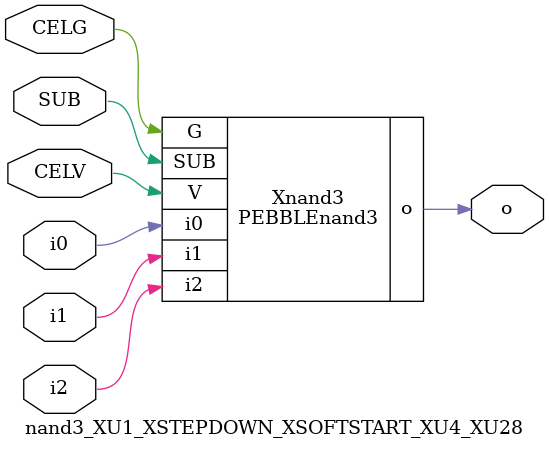
<source format=v>



module PEBBLEnand3 ( o, G, SUB, V, i0, i1, i2 );

  input i0;
  input V;
  input i2;
  input i1;
  input G;
  output o;
  input SUB;
endmodule

//Celera Confidential Do Not Copy nand3_XU1_XSTEPDOWN_XSOFTSTART_XU4_XU28
//Celera Confidential Symbol Generator
//5V Inverter
module nand3_XU1_XSTEPDOWN_XSOFTSTART_XU4_XU28 (CELV,CELG,i0,i1,i2,o,SUB);
input CELV;
input CELG;
input i0;
input i1;
input i2;
input SUB;
output o;

//Celera Confidential Do Not Copy nand3
PEBBLEnand3 Xnand3(
.V (CELV),
.i0 (i0),
.i1 (i1),
.i2 (i2),
.o (o),
.SUB (SUB),
.G (CELG)
);
//,diesize,PEBBLEnand3

//Celera Confidential Do Not Copy Module End
//Celera Schematic Generator
endmodule

</source>
